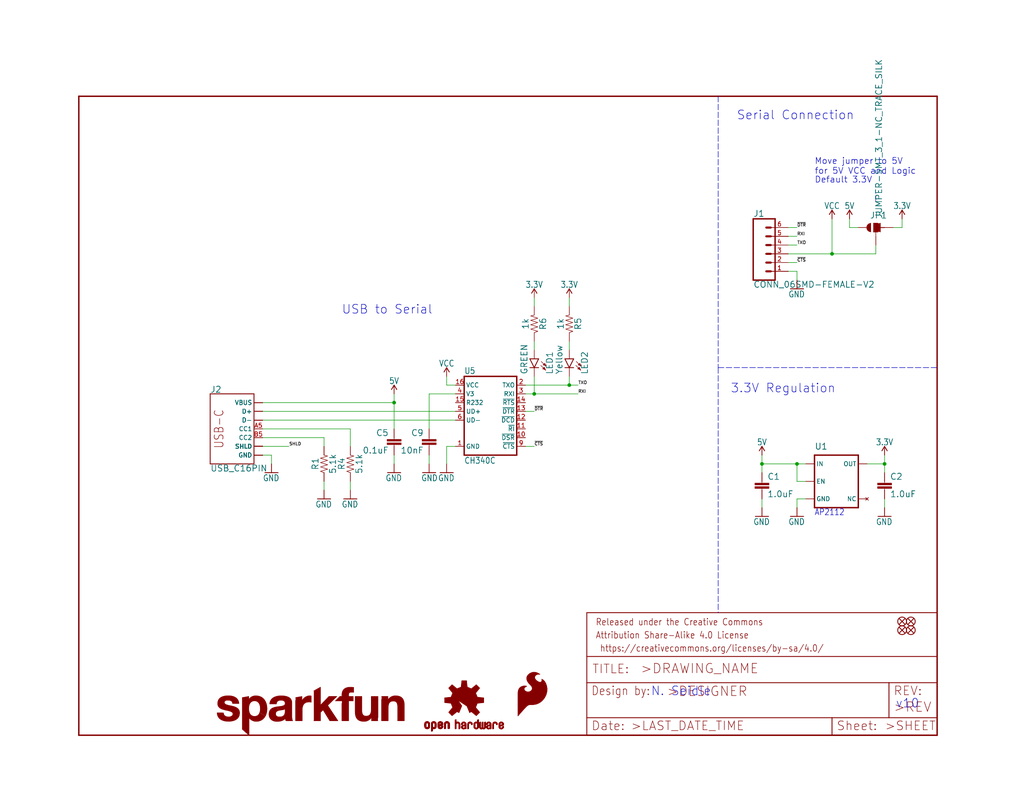
<source format=kicad_sch>
(kicad_sch (version 20211123) (generator eeschema)
  (paper "User" 297.002 234.518)
  (lib_symbols
    (symbol "schematicEagle-eagle-import:0.1UF-0603-25V-(+80{slash}-20%)"
      (property "Reference" "C" (at 1.524 2.921 0))
      (property "Value" "0.1UF-0603-25V-(+80{slash}-20%)" (at 1.524 -2.159 0))
      (symbol "0.1UF-0603-25V-(+80{slash}-20%)_1_0"
        (pin passive line (at 0 5.08 270) (length 2.54) (name "1") (number "1"))
        (pin passive line (at 0 -2.54 90) (length 2.54) (name "2") (number "2"))
      )
    )
    (symbol "schematicEagle-eagle-import:1.0UF-0603-16V-10%"
      (property "Reference" "C" (at 1.524 2.921 0))
      (property "Value" "1.0UF-0603-16V-10%" (at 1.524 -2.159 0))
      (symbol "1.0UF-0603-16V-10%_1_0"
        (pin passive line (at 0 5.08 270) (length 2.54) (name "1") (number "1"))
        (pin passive line (at 0 -2.54 90) (length 2.54) (name "2") (number "2"))
      )
    )
    (symbol "schematicEagle-eagle-import:10NF-0603-50V-10%"
      (property "Reference" "C" (at 1.524 2.921 0))
      (property "Value" "10NF-0603-50V-10%" (at 1.524 -2.159 0))
      (symbol "10NF-0603-50V-10%_1_0"
        (pin passive line (at 0 5.08 270) (length 2.54) (name "1") (number "1"))
        (pin passive line (at 0 -2.54 90) (length 2.54) (name "2") (number "2"))
      )
    )
    (symbol "schematicEagle-eagle-import:1KOHM-0603-1{slash}10W-1%"
      (property "Reference" "R" (at 0 1.524 0))
      (property "Value" "1KOHM-0603-1{slash}10W-1%" (at 0 -1.524 0))
      (symbol "1KOHM-0603-1{slash}10W-1%_1_0"
        (pin passive line (at -5.08 0 0) (length 2.54) (name "1") (number "1"))
        (pin passive line (at 5.08 0 180) (length 2.54) (name "2") (number "2"))
      )
    )
    (symbol "schematicEagle-eagle-import:3.3V" (power)
      (property "Value" "3.3V" (at 0 2.794 0))
      (symbol "3.3V_1_0"
        (pin power_in line (at 0 0 90) (length 2.54) (name "3.3V") (number "1"))
      )
    )
    (symbol "schematicEagle-eagle-import:5.1KOHM5.1KOHM-0603-1{slash}10W-1%"
      (property "Reference" "R" (at 0 1.524 0))
      (property "Value" "5.1KOHM5.1KOHM-0603-1{slash}10W-1%" (at 0 -1.524 0))
      (symbol "5.1KOHM5.1KOHM-0603-1{slash}10W-1%_1_0"
        (pin passive line (at -5.08 0 0) (length 2.54) (name "1") (number "1"))
        (pin passive line (at 5.08 0 180) (length 2.54) (name "2") (number "2"))
      )
    )
    (symbol "schematicEagle-eagle-import:5V" (power)
      (property "Value" "5V" (at 0 2.794 0))
      (symbol "5V_1_0"
        (pin power_in line (at 0 0 90) (length 2.54) (name "5V") (number "1"))
      )
    )
    (symbol "schematicEagle-eagle-import:CH340C"
      (property "Reference" "U" (at -7.62 10.795 0))
      (property "Value" "CH340C" (at -7.62 -15.24 0))
      (symbol "CH340C_1_0"
        (pin bidirectional line (at -10.16 -10.16 0) (length 2.54) (name "GND") (number "1"))
        (pin bidirectional line (at 10.16 -7.62 180) (length 2.54) (name "~{DSR}") (number "10"))
        (pin bidirectional line (at 10.16 -5.08 180) (length 2.54) (name "~{RI}") (number "11"))
        (pin bidirectional line (at 10.16 -2.54 180) (length 2.54) (name "~{DCD}") (number "12"))
        (pin bidirectional line (at 10.16 0 180) (length 2.54) (name "~{DTR}") (number "13"))
        (pin bidirectional line (at 10.16 2.54 180) (length 2.54) (name "~{RTS}") (number "14"))
        (pin bidirectional line (at -10.16 2.54 0) (length 2.54) (name "R232") (number "15"))
        (pin bidirectional line (at -10.16 7.62 0) (length 2.54) (name "VCC") (number "16"))
        (pin bidirectional line (at 10.16 7.62 180) (length 2.54) (name "TXO") (number "2"))
        (pin bidirectional line (at 10.16 5.08 180) (length 2.54) (name "RXI") (number "3"))
        (pin bidirectional line (at -10.16 5.08 0) (length 2.54) (name "V3") (number "4"))
        (pin bidirectional line (at -10.16 0 0) (length 2.54) (name "UD+") (number "5"))
        (pin bidirectional line (at -10.16 -2.54 0) (length 2.54) (name "UD-") (number "6"))
        (pin bidirectional line (at 10.16 -10.16 180) (length 2.54) (name "~{CTS}") (number "9"))
      )
    )
    (symbol "schematicEagle-eagle-import:CONN_06SMD-FEMALE-V2"
      (property "Reference" "J" (at -5.08 10.668 0))
      (property "Value" "CONN_06SMD-FEMALE-V2" (at -5.08 -9.906 0))
      (symbol "CONN_06SMD-FEMALE-V2_1_0"
        (pin passive line (at 5.08 -5.08 180) (length 5.08) (name "1") (number "1"))
        (pin passive line (at 5.08 -2.54 180) (length 5.08) (name "2") (number "2"))
        (pin passive line (at 5.08 0 180) (length 5.08) (name "3") (number "3"))
        (pin passive line (at 5.08 2.54 180) (length 5.08) (name "4") (number "4"))
        (pin passive line (at 5.08 5.08 180) (length 5.08) (name "5") (number "5"))
        (pin passive line (at 5.08 7.62 180) (length 5.08) (name "6") (number "6"))
      )
    )
    (symbol "schematicEagle-eagle-import:FIDUCIAL1X2")
    (symbol "schematicEagle-eagle-import:FRAME-LETTER"
      (symbol "FRAME-LETTER_2_0"
        (text " https://creativecommons.org/licenses/by-sa/4.0/" (at 2.54 24.13 0) (effects (font (size 1.9304 1.6408)) (justify left bottom)))
        (text ">DESIGNER" (at 23.114 11.176 0) (effects (font (size 2.7432 2.7432)) (justify left bottom)))
        (text ">DRAWING_NAME" (at 15.494 17.78 0) (effects (font (size 2.7432 2.7432)) (justify left bottom)))
        (text ">LAST_DATE_TIME" (at 12.7 1.27 0) (effects (font (size 2.54 2.54)) (justify left bottom)))
        (text ">REV" (at 88.9 6.604 0) (effects (font (size 2.7432 2.7432)) (justify left bottom)))
        (text ">SHEET" (at 86.36 1.27 0) (effects (font (size 2.54 2.54)) (justify left bottom)))
        (text "Attribution Share-Alike 4.0 License" (at 2.54 27.94 0) (effects (font (size 1.9304 1.6408)) (justify left bottom)))
        (text "Date:" (at 1.27 1.27 0) (effects (font (size 2.54 2.54)) (justify left bottom)))
        (text "Design by:" (at 1.27 11.43 0) (effects (font (size 2.54 2.159)) (justify left bottom)))
        (text "Released under the Creative Commons" (at 2.54 31.75 0) (effects (font (size 1.9304 1.6408)) (justify left bottom)))
        (text "REV:" (at 88.9 11.43 0) (effects (font (size 2.54 2.54)) (justify left bottom)))
        (text "Sheet:" (at 72.39 1.27 0) (effects (font (size 2.54 2.54)) (justify left bottom)))
        (text "TITLE:" (at 1.524 17.78 0) (effects (font (size 2.54 2.54)) (justify left bottom)))
      )
    )
    (symbol "schematicEagle-eagle-import:GND" (power)
      (property "Value" "GND" (at 0 -0.254 0))
      (symbol "GND_1_0"
        (pin power_in line (at 0 2.54 270) (length 2.54) (name "GND") (number "1"))
      )
    )
    (symbol "schematicEagle-eagle-import:JUMPER-SMT_3_1-NC_TRACE_SILK"
      (property "Reference" "JP" (at 2.54 0.381 0))
      (property "Value" "JUMPER-SMT_3_1-NC_TRACE_SILK" (at 2.54 -0.381 0))
      (symbol "JUMPER-SMT_3_1-NC_TRACE_SILK_1_0"
        (pin passive line (at 0 5.08 270) (length 2.54) (name "1") (number "1"))
        (pin passive line (at -5.08 0 0) (length 2.54) (name "2") (number "2"))
        (pin passive line (at 0 -5.08 90) (length 2.54) (name "3") (number "3"))
      )
    )
    (symbol "schematicEagle-eagle-import:LED-GREEN0603"
      (property "Reference" "D" (at -3.429 -4.572 90))
      (property "Value" "LED-GREEN0603" (at 1.905 -4.572 90))
      (symbol "LED-GREEN0603_1_0"
        (pin passive line (at 0 2.54 270) (length 2.54) (name "A") (number "A"))
        (pin passive line (at 0 -5.08 90) (length 2.54) (name "C") (number "C"))
      )
    )
    (symbol "schematicEagle-eagle-import:LED-YELLOW0603"
      (property "Reference" "D" (at -3.429 -4.572 90))
      (property "Value" "LED-YELLOW0603" (at 1.905 -4.572 90))
      (symbol "LED-YELLOW0603_1_0"
        (pin passive line (at 0 2.54 270) (length 2.54) (name "A") (number "A"))
        (pin passive line (at 0 -5.08 90) (length 2.54) (name "C") (number "C"))
      )
    )
    (symbol "schematicEagle-eagle-import:OSHW-LOGOS")
    (symbol "schematicEagle-eagle-import:SFE_LOGO_FLAME.1_INCH")
    (symbol "schematicEagle-eagle-import:SFE_LOGO_NAME.1_INCH")
    (symbol "schematicEagle-eagle-import:USB_C16PIN"
      (property "Reference" "J" (at -2.54 10.414 0))
      (property "Value" "USB_C16PIN" (at -2.54 -12.446 0))
      (symbol "USB_C16PIN_1_0"
        (text "USB-C" (at 0 0 900) (effects (font (size 2.54 2.159))))
        (pin bidirectional line (at 12.7 0 180) (length 2.54) (name "CC1") (number "A5"))
        (pin bidirectional line (at 12.7 5.08 180) (length 2.54) (name "D+") (number "A6"))
        (pin bidirectional line (at 12.7 2.54 180) (length 2.54) (name "D-") (number "A7"))
        (pin bidirectional line (at 12.7 -2.54 180) (length 2.54) (name "CC2") (number "B5"))
        (pin bidirectional line (at 12.7 5.08 180) (length 2.54) (name "D+") (number "B6"))
        (pin bidirectional line (at 12.7 2.54 180) (length 2.54) (name "D-") (number "B7"))
        (pin bidirectional line (at 12.7 -7.62 180) (length 2.54) (name "GND") (number "GND"))
        (pin bidirectional line (at 12.7 -7.62 180) (length 2.54) (name "GND") (number "GND2"))
        (pin bidirectional line (at 12.7 -5.08 180) (length 2.54) (name "SHLD") (number "SHLD1"))
        (pin bidirectional line (at 12.7 -5.08 180) (length 2.54) (name "SHLD") (number "SHLD2"))
        (pin bidirectional line (at 12.7 -5.08 180) (length 2.54) (name "SHLD") (number "SHLD3"))
        (pin bidirectional line (at 12.7 -5.08 180) (length 2.54) (name "SHLD") (number "SHLD4"))
        (pin bidirectional line (at 12.7 -5.08 180) (length 2.54) (name "SHLD") (number "SHLD5"))
        (pin bidirectional line (at 12.7 -5.08 180) (length 2.54) (name "SHLD") (number "SHLD6"))
        (pin bidirectional line (at 12.7 -5.08 180) (length 2.54) (name "SHLD") (number "SHLD7"))
        (pin bidirectional line (at 12.7 -5.08 180) (length 2.54) (name "SHLD") (number "SHLD8"))
        (pin bidirectional line (at 12.7 7.62 180) (length 2.54) (name "VBUS") (number "VBUS1"))
        (pin bidirectional line (at 12.7 7.62 180) (length 2.54) (name "VBUS") (number "VBUS2"))
      )
    )
    (symbol "schematicEagle-eagle-import:VCC" (power)
      (property "Value" "VCC" (at 0 2.794 0))
      (symbol "VCC_1_0"
        (pin power_in line (at 0 0 90) (length 2.54) (name "VCC") (number "1"))
      )
    )
    (symbol "schematicEagle-eagle-import:V_REG_AP2112K-3.3V"
      (property "Reference" "U" (at -7.62 7.874 0))
      (property "Value" "V_REG_AP2112K-3.3V" (at -7.62 -7.874 0))
      (symbol "V_REG_AP2112K-3.3V_1_0"
        (pin input line (at -10.16 5.08 0) (length 2.54) (name "IN") (number "1"))
        (pin input line (at -10.16 -5.08 0) (length 2.54) (name "GND") (number "2"))
        (pin input line (at -10.16 0 0) (length 2.54) (name "EN") (number "3"))
        (pin no_connect line (at 7.62 -5.08 180) (length 2.54) (name "NC") (number "4"))
        (pin passive line (at 7.62 5.08 180) (length 2.54) (name "OUT") (number "5"))
      )
    )
  )
  (junction (at 241.3 73.66))
  (junction (at 256.54 134.62))
  (junction (at 220.98 134.62))
  (junction (at 165.1 111.76))
  (junction (at 114.3 116.84))
  (junction (at 231.14 134.62))
  (junction (at 154.94 114.3))
  (wire (pts (xy 259.08 66.04) (xy 261.62 66.04)))
  (wire (pts (xy 228.6 71.12) (xy 231.14 71.12)))
  (wire (pts (xy 114.3 134.62) (xy 114.3 132.08)))
  (wire (pts (xy 228.6 66.04) (xy 231.14 66.04)))
  (wire (pts (xy 124.46 114.3) (xy 124.46 124.46)))
  (wire (pts (xy 241.3 73.66) (xy 254 73.66)))
  (wire (pts (xy 154.94 86.36) (xy 154.94 88.9)))
  (wire (pts (xy 228.6 78.74) (xy 231.14 78.74)))
  (wire (pts (xy 228.6 68.58) (xy 231.14 68.58)))
  (wire (pts (xy 231.14 134.62) (xy 233.68 134.62)))
  (wire (pts (xy 154.94 114.3) (xy 167.64 114.3)))
  (wire (pts (xy 241.3 63.5) (xy 241.3 73.66)))
  (wire (pts (xy 101.6 129.54) (xy 101.6 124.46)))
  (wire (pts (xy 76.2 124.46) (xy 101.6 124.46)))
  (wire (pts (xy 256.54 134.62) (xy 251.46 134.62)))
  (wire (pts (xy 228.6 73.66) (xy 241.3 73.66)))
  (wire (pts (xy 132.08 111.76) (xy 129.54 111.76)))
  (wire (pts (xy 165.1 86.36) (xy 165.1 88.9)))
  (wire (pts (xy 254 73.66) (xy 254 71.12)))
  (wire (pts (xy 129.54 111.76) (xy 129.54 109.22)))
  (polyline (pts (xy 254 58.42) (xy 254 55.88)))
  (polyline (pts (xy 208.28 106.68) (xy 208.28 177.8)))
  (wire (pts (xy 233.68 139.7) (xy 231.14 139.7)))
  (wire (pts (xy 220.98 132.08) (xy 220.98 134.62)))
  (wire (pts (xy 114.3 116.84) (xy 114.3 114.3)))
  (wire (pts (xy 167.64 111.76) (xy 165.1 111.76)))
  (wire (pts (xy 231.14 139.7) (xy 231.14 134.62)))
  (wire (pts (xy 154.94 99.06) (xy 154.94 101.6)))
  (wire (pts (xy 220.98 147.32) (xy 220.98 144.78)))
  (wire (pts (xy 231.14 81.28) (xy 231.14 78.74)))
  (wire (pts (xy 256.54 132.08) (xy 256.54 134.62)))
  (wire (pts (xy 76.2 116.84) (xy 114.3 116.84)))
  (wire (pts (xy 220.98 137.16) (xy 220.98 134.62)))
  (wire (pts (xy 165.1 111.76) (xy 152.4 111.76)))
  (wire (pts (xy 114.3 124.46) (xy 114.3 116.84)))
  (wire (pts (xy 231.14 134.62) (xy 220.98 134.62)))
  (wire (pts (xy 132.08 129.54) (xy 129.54 129.54)))
  (wire (pts (xy 76.2 129.54) (xy 83.82 129.54)))
  (wire (pts (xy 246.38 66.04) (xy 246.38 63.5)))
  (wire (pts (xy 233.68 144.78) (xy 231.14 144.78)))
  (wire (pts (xy 228.6 76.2) (xy 231.14 76.2)))
  (wire (pts (xy 93.98 127) (xy 93.98 129.54)))
  (wire (pts (xy 93.98 142.24) (xy 93.98 139.7)))
  (wire (pts (xy 129.54 129.54) (xy 129.54 134.62)))
  (wire (pts (xy 256.54 147.32) (xy 256.54 144.78)))
  (wire (pts (xy 76.2 119.38) (xy 132.08 119.38)))
  (wire (pts (xy 132.08 114.3) (xy 124.46 114.3)))
  (wire (pts (xy 248.92 66.04) (xy 246.38 66.04)))
  (wire (pts (xy 76.2 132.08) (xy 78.74 132.08)))
  (wire (pts (xy 76.2 127) (xy 93.98 127)))
  (wire (pts (xy 124.46 134.62) (xy 124.46 132.08)))
  (wire (pts (xy 152.4 114.3) (xy 154.94 114.3)))
  (wire (pts (xy 154.94 109.22) (xy 154.94 114.3)))
  (polyline (pts (xy 208.28 27.94) (xy 208.28 106.68)))
  (wire (pts (xy 256.54 134.62) (xy 256.54 137.16)))
  (wire (pts (xy 101.6 142.24) (xy 101.6 139.7)))
  (wire (pts (xy 165.1 99.06) (xy 165.1 101.6)))
  (polyline (pts (xy 208.28 106.68) (xy 271.78 106.68)))
  (wire (pts (xy 152.4 119.38) (xy 154.94 119.38)))
  (wire (pts (xy 78.74 132.08) (xy 78.74 134.62)))
  (wire (pts (xy 165.1 109.22) (xy 165.1 111.76)))
  (wire (pts (xy 261.62 66.04) (xy 261.62 63.5)))
  (wire (pts (xy 152.4 129.54) (xy 154.94 129.54)))
  (wire (pts (xy 231.14 144.78) (xy 231.14 147.32)))
  (wire (pts (xy 76.2 121.92) (xy 132.08 121.92)))
  (text "v10" (at 266.7 205.74 180) (effects (font (size 2.54 2.54)) (justify right bottom)))
  (text "AP2112" (at 236.22 149.86 180) (effects (font (size 1.778 1.5113)) (justify left bottom)))
  (text "Default 3.3V" (at 236.22 53.34 180) (effects (font (size 1.778 1.778)) (justify left bottom)))
  (text "Move jumper to 5V\nfor 5V VCC and Logic" (at 236.22 50.8 180) (effects (font (size 1.778 1.778)) (justify left bottom)))
  (text "USB to Serial" (at 99.06 91.44 180) (effects (font (size 2.54 2.54)) (justify left bottom)))
  (text "Serial Connection" (at 213.614 35.052 180) (effects (font (size 2.54 2.54)) (justify left bottom)))
  (text "3.3V Regulation" (at 211.836 114.3 180) (effects (font (size 2.54 2.54)) (justify left bottom)))
  (text "N. Seidle" (at 188.722 202.184 180) (effects (font (size 2.54 2.54)) (justify left bottom)))
  (label "TXO" (at 167.64 111.76 0) (effects (font (size 0.889 0.889))))
  (label "RXI" (at 231.14 68.58 0) (effects (font (size 0.889 0.889))))
  (label "RXI" (at 167.64 114.3 0) (effects (font (size 0.889 0.889))))
  (label "~{DTR}" (at 154.94 119.38 0) (effects (font (size 0.889 0.889))))
  (label "~{DTR}" (at 231.14 66.04 0) (effects (font (size 0.889 0.889))))
  (label "SHLD" (at 83.82 129.54 0) (effects (font (size 0.889 0.889))))
  (label "TXO" (at 231.14 71.12 0) (effects (font (size 0.889 0.889))))
  (label "~{CTS}" (at 154.94 129.54 0) (effects (font (size 0.889 0.889))))
  (label "~{CTS}" (at 231.14 76.2 0) (effects (font (size 0.889 0.889))))
  (symbol (lib_id "schematicEagle-eagle-import:1KOHM-0603-1{slash}10W-1%") (at 165.1 93.98 270) (mirror x) (unit 1)
    (property "Reference" "R5" (at 166.624 93.98 0) (effects (font (size 1.778 1.778)) (justify bottom)))
    (property "Value" "1k" (at 163.576 93.98 0) (effects (font (size 1.778 1.778)) (justify top)))
    (property "Footprint" "schematicEagle:0603" (effects hide))
  )
  (symbol (lib_id "schematicEagle-eagle-import:10NF-0603-50V-10%") (at 124.46 129.54 0) (mirror y) (unit 1)
    (property "Reference" "C9" (at 122.936 126.619 0) (effects (font (size 1.778 1.778)) (justify left bottom)))
    (property "Value" "10nF" (at 122.936 131.699 0) (effects (font (size 1.778 1.778)) (justify left bottom)))
    (property "Footprint" "schematicEagle:0603" (effects hide))
  )
  (symbol (lib_id "schematicEagle-eagle-import:SFE_LOGO_NAME.1_INCH") (at 60.96 213.36 0) (unit 1)
    (property "Reference" "LOGO3" (effects hide))
    (property "Value" "SFE_LOGO_NAME.1_INCH" (effects hide))
    (property "Footprint" "schematicEagle:SFE_LOGO_NAME_.1" (effects hide))
  )
  (symbol (lib_id "schematicEagle-eagle-import:FIDUCIAL1X2") (at 264.16 182.88 0) (unit 1)
    (property "Reference" "JP4" (effects hide))
    (property "Value" "FIDUCIAL1X2" (effects hide))
    (property "Footprint" "schematicEagle:FIDUCIAL-1X2" (effects hide))
  )
  (symbol (lib_id "schematicEagle-eagle-import:3.3V") (at 256.54 132.08 0) (unit 1)
    (property "Reference" "#SUPPLY10" (effects hide))
    (property "Value" "3.3V" (at 256.54 129.286 0) (effects (font (size 1.778 1.5113)) (justify bottom)))
    (property "Footprint" "schematicEagle:" (effects hide))
  )
  (symbol (lib_id "schematicEagle-eagle-import:GND") (at 93.98 144.78 0) (unit 1)
    (property "Reference" "#GND11" (effects hide))
    (property "Value" "GND" (at 91.44 147.32 0) (effects (font (size 1.778 1.5113)) (justify left bottom)))
    (property "Footprint" "schematicEagle:" (effects hide))
  )
  (symbol (lib_id "schematicEagle-eagle-import:5.1KOHM5.1KOHM-0603-1{slash}10W-1%") (at 93.98 134.62 90) (unit 1)
    (property "Reference" "R1" (at 92.456 134.62 0) (effects (font (size 1.778 1.778)) (justify bottom)))
    (property "Value" "5.1k" (at 95.504 134.62 0) (effects (font (size 1.778 1.778)) (justify top)))
    (property "Footprint" "schematicEagle:0603" (effects hide))
  )
  (symbol (lib_id "schematicEagle-eagle-import:GND") (at 114.3 137.16 0) (unit 1)
    (property "Reference" "#GND14" (effects hide))
    (property "Value" "GND" (at 111.76 139.7 0) (effects (font (size 1.778 1.5113)) (justify left bottom)))
    (property "Footprint" "schematicEagle:" (effects hide))
  )
  (symbol (lib_id "schematicEagle-eagle-import:GND") (at 231.14 149.86 0) (unit 1)
    (property "Reference" "#GND9" (effects hide))
    (property "Value" "GND" (at 228.6 152.4 0) (effects (font (size 1.778 1.5113)) (justify left bottom)))
    (property "Footprint" "schematicEagle:" (effects hide))
  )
  (symbol (lib_id "schematicEagle-eagle-import:3.3V") (at 165.1 86.36 0) (unit 1)
    (property "Reference" "#SUPPLY14" (effects hide))
    (property "Value" "3.3V" (at 165.1 83.566 0) (effects (font (size 1.778 1.5113)) (justify bottom)))
    (property "Footprint" "schematicEagle:" (effects hide))
  )
  (symbol (lib_id "schematicEagle-eagle-import:SFE_LOGO_FLAME.1_INCH") (at 149.86 208.28 0) (unit 1)
    (property "Reference" "LOGO2" (effects hide))
    (property "Value" "SFE_LOGO_FLAME.1_INCH" (effects hide))
    (property "Footprint" "schematicEagle:SFE_LOGO_FLAME_.1" (effects hide))
  )
  (symbol (lib_id "schematicEagle-eagle-import:V_REG_AP2112K-3.3V") (at 243.84 139.7 0) (unit 1)
    (property "Reference" "U1" (at 236.22 130.556 0) (effects (font (size 1.778 1.778)) (justify left bottom)))
    (property "Value" "3.3V" (effects hide))
    (property "Footprint" "schematicEagle:SOT23-5" (effects hide))
  )
  (symbol (lib_id "schematicEagle-eagle-import:GND") (at 129.54 137.16 0) (unit 1)
    (property "Reference" "#GND18" (effects hide))
    (property "Value" "GND" (at 127 139.7 0) (effects (font (size 1.778 1.5113)) (justify left bottom)))
    (property "Footprint" "schematicEagle:" (effects hide))
  )
  (symbol (lib_id "schematicEagle-eagle-import:OSHW-LOGOS") (at 134.62 203.2 0) (unit 1)
    (property "Reference" "LOGO1" (effects hide))
    (property "Value" "OSHW-LOGOS" (effects hide))
    (property "Footprint" "schematicEagle:OSHW-LOGO-S" (effects hide))
  )
  (symbol (lib_id "schematicEagle-eagle-import:FRAME-LETTER") (at 22.86 213.36 0) (unit 1)
    (property "Reference" "FRAME1" (effects hide))
    (property "Value" "FRAME-LETTER" (effects hide))
    (property "Footprint" "schematicEagle:CREATIVE_COMMONS" (effects hide))
  )
  (symbol (lib_id "schematicEagle-eagle-import:GND") (at 220.98 149.86 0) (unit 1)
    (property "Reference" "#GND6" (effects hide))
    (property "Value" "GND" (at 218.44 152.4 0) (effects (font (size 1.778 1.5113)) (justify left bottom)))
    (property "Footprint" "schematicEagle:" (effects hide))
  )
  (symbol (lib_id "schematicEagle-eagle-import:GND") (at 101.6 144.78 0) (unit 1)
    (property "Reference" "#GND12" (effects hide))
    (property "Value" "GND" (at 99.06 147.32 0) (effects (font (size 1.778 1.5113)) (justify left bottom)))
    (property "Footprint" "schematicEagle:" (effects hide))
  )
  (symbol (lib_id "schematicEagle-eagle-import:JUMPER-SMT_3_1-NC_TRACE_SILK") (at 254 66.04 90) (unit 1)
    (property "Reference" "JP1" (at 252.222 63.5 90) (effects (font (size 1.778 1.778)) (justify right top)))
    (property "Value" "JUMPER-SMT_3_1-NC_TRACE_SILK" (at 255.905 63.5 0) (effects (font (size 1.778 1.778)) (justify left bottom)))
    (property "Footprint" "schematicEagle:SMT-JUMPER_3_1-NC_TRACE_SILK" (effects hide))
  )
  (symbol (lib_id "schematicEagle-eagle-import:5V") (at 246.38 63.5 0) (unit 1)
    (property "Reference" "#SUPPLY6" (effects hide))
    (property "Value" "5V" (at 246.38 60.706 0) (effects (font (size 1.778 1.5113)) (justify bottom)))
    (property "Footprint" "schematicEagle:" (effects hide))
  )
  (symbol (lib_id "schematicEagle-eagle-import:3.3V") (at 261.62 63.5 0) (unit 1)
    (property "Reference" "#SUPPLY9" (effects hide))
    (property "Value" "3.3V" (at 261.62 60.706 0) (effects (font (size 1.778 1.5113)) (justify bottom)))
    (property "Footprint" "schematicEagle:" (effects hide))
  )
  (symbol (lib_id "schematicEagle-eagle-import:FIDUCIAL1X2") (at 264.16 180.34 0) (unit 1)
    (property "Reference" "JP6" (effects hide))
    (property "Value" "FIDUCIAL1X2" (effects hide))
    (property "Footprint" "schematicEagle:FIDUCIAL-1X2" (effects hide))
  )
  (symbol (lib_id "schematicEagle-eagle-import:VCC") (at 129.54 109.22 0) (unit 1)
    (property "Reference" "#SUPPLY2" (effects hide))
    (property "Value" "VCC" (at 129.54 106.426 0) (effects (font (size 1.778 1.5113)) (justify bottom)))
    (property "Footprint" "schematicEagle:" (effects hide))
  )
  (symbol (lib_id "schematicEagle-eagle-import:5.1KOHM5.1KOHM-0603-1{slash}10W-1%") (at 101.6 134.62 90) (unit 1)
    (property "Reference" "R4" (at 100.076 134.62 0) (effects (font (size 1.778 1.778)) (justify bottom)))
    (property "Value" "5.1k" (at 103.124 134.62 0) (effects (font (size 1.778 1.778)) (justify top)))
    (property "Footprint" "schematicEagle:0603" (effects hide))
  )
  (symbol (lib_id "schematicEagle-eagle-import:3.3V") (at 154.94 86.36 0) (unit 1)
    (property "Reference" "#SUPPLY15" (effects hide))
    (property "Value" "3.3V" (at 154.94 83.566 0) (effects (font (size 1.778 1.5113)) (justify bottom)))
    (property "Footprint" "schematicEagle:" (effects hide))
  )
  (symbol (lib_id "schematicEagle-eagle-import:1.0UF-0603-16V-10%") (at 256.54 142.24 0) (unit 1)
    (property "Reference" "C2" (at 258.064 139.319 0) (effects (font (size 1.778 1.778)) (justify left bottom)))
    (property "Value" "1.0uF" (at 258.064 144.399 0) (effects (font (size 1.778 1.778)) (justify left bottom)))
    (property "Footprint" "schematicEagle:0603" (effects hide))
  )
  (symbol (lib_id "schematicEagle-eagle-import:GND") (at 231.14 83.82 0) (unit 1)
    (property "Reference" "#GND1" (effects hide))
    (property "Value" "GND" (at 228.6 86.36 0) (effects (font (size 1.778 1.5113)) (justify left bottom)))
    (property "Footprint" "schematicEagle:" (effects hide))
  )
  (symbol (lib_id "schematicEagle-eagle-import:VCC") (at 241.3 63.5 0) (unit 1)
    (property "Reference" "#SUPPLY4" (effects hide))
    (property "Value" "VCC" (at 241.3 60.706 0) (effects (font (size 1.778 1.5113)) (justify bottom)))
    (property "Footprint" "schematicEagle:" (effects hide))
  )
  (symbol (lib_id "schematicEagle-eagle-import:FIDUCIAL1X2") (at 261.62 180.34 0) (unit 1)
    (property "Reference" "JP5" (effects hide))
    (property "Value" "FIDUCIAL1X2" (effects hide))
    (property "Footprint" "schematicEagle:FIDUCIAL-1X2" (effects hide))
  )
  (symbol (lib_id "schematicEagle-eagle-import:LED-GREEN0603") (at 154.94 104.14 0) (mirror y) (unit 1)
    (property "Reference" "LED1" (at 158.369 108.712 90) (effects (font (size 1.778 1.778)) (justify left bottom)))
    (property "Value" "GREEN" (at 153.035 108.712 90) (effects (font (size 1.778 1.778)) (justify left top)))
    (property "Footprint" "schematicEagle:LED-0603" (effects hide))
  )
  (symbol (lib_id "schematicEagle-eagle-import:5V") (at 220.98 132.08 0) (unit 1)
    (property "Reference" "#SUPPLY8" (effects hide))
    (property "Value" "5V" (at 220.98 129.286 0) (effects (font (size 1.778 1.5113)) (justify bottom)))
    (property "Footprint" "schematicEagle:" (effects hide))
  )
  (symbol (lib_id "schematicEagle-eagle-import:GND") (at 124.46 137.16 0) (mirror y) (unit 1)
    (property "Reference" "#GND19" (effects hide))
    (property "Value" "GND" (at 127 139.7 0) (effects (font (size 1.778 1.5113)) (justify left bottom)))
    (property "Footprint" "schematicEagle:" (effects hide))
  )
  (symbol (lib_id "schematicEagle-eagle-import:1.0UF-0603-16V-10%") (at 220.98 142.24 0) (unit 1)
    (property "Reference" "C1" (at 222.504 139.319 0) (effects (font (size 1.778 1.778)) (justify left bottom)))
    (property "Value" "1.0uF" (at 222.504 144.399 0) (effects (font (size 1.778 1.778)) (justify left bottom)))
    (property "Footprint" "schematicEagle:0603" (effects hide))
  )
  (symbol (lib_id "schematicEagle-eagle-import:USB_C16PIN") (at 63.5 124.46 0) (unit 1)
    (property "Reference" "J2" (at 60.96 114.046 0) (effects (font (size 1.778 1.778)) (justify left bottom)))
    (property "Value" "USB_C16PIN" (at 60.96 136.906 0) (effects (font (size 1.778 1.778)) (justify left bottom)))
    (property "Footprint" "schematicEagle:USB-C-16P" (effects hide))
  )
  (symbol (lib_id "schematicEagle-eagle-import:LED-YELLOW0603") (at 165.1 104.14 0) (mirror y) (unit 1)
    (property "Reference" "LED2" (at 168.529 108.712 90) (effects (font (size 1.778 1.778)) (justify left bottom)))
    (property "Value" "Yellow" (at 163.195 108.712 90) (effects (font (size 1.778 1.778)) (justify left top)))
    (property "Footprint" "schematicEagle:LED-0603" (effects hide))
  )
  (symbol (lib_id "schematicEagle-eagle-import:GND") (at 256.54 149.86 0) (unit 1)
    (property "Reference" "#GND5" (effects hide))
    (property "Value" "GND" (at 254 152.4 0) (effects (font (size 1.778 1.5113)) (justify left bottom)))
    (property "Footprint" "schematicEagle:" (effects hide))
  )
  (symbol (lib_id "schematicEagle-eagle-import:FIDUCIAL1X2") (at 261.62 182.88 0) (unit 1)
    (property "Reference" "JP3" (effects hide))
    (property "Value" "FIDUCIAL1X2" (effects hide))
    (property "Footprint" "schematicEagle:FIDUCIAL-1X2" (effects hide))
  )
  (symbol (lib_id "schematicEagle-eagle-import:CH340C") (at 142.24 119.38 0) (unit 1)
    (property "Reference" "U5" (at 134.62 108.585 0) (effects (font (size 1.778 1.5113)) (justify left bottom)))
    (property "Value" "CH340C" (at 134.62 134.62 0) (effects (font (size 1.778 1.5113)) (justify left bottom)))
    (property "Footprint" "schematicEagle:SO016" (effects hide))
  )
  (symbol (lib_id "schematicEagle-eagle-import:FRAME-LETTER") (at 170.18 213.36 0) (unit 2)
    (property "Reference" "FRAME1" (effects hide))
    (property "Value" "FRAME-LETTER" (effects hide))
    (property "Footprint" "schematicEagle:CREATIVE_COMMONS" (effects hide))
  )
  (symbol (lib_id "schematicEagle-eagle-import:GND") (at 78.74 137.16 0) (unit 1)
    (property "Reference" "#GND2" (effects hide))
    (property "Value" "GND" (at 76.2 139.7 0) (effects (font (size 1.778 1.5113)) (justify left bottom)))
    (property "Footprint" "schematicEagle:" (effects hide))
  )
  (symbol (lib_id "schematicEagle-eagle-import:0.1UF-0603-25V-(+80{slash}-20%)") (at 114.3 129.54 0) (mirror y) (unit 1)
    (property "Reference" "C5" (at 112.776 126.619 0) (effects (font (size 1.778 1.778)) (justify left bottom)))
    (property "Value" "0.1uF" (at 112.776 131.699 0) (effects (font (size 1.778 1.778)) (justify left bottom)))
    (property "Footprint" "schematicEagle:0603" (effects hide))
  )
  (symbol (lib_id "schematicEagle-eagle-import:5V") (at 114.3 114.3 0) (unit 1)
    (property "Reference" "#SUPPLY1" (effects hide))
    (property "Value" "5V" (at 114.3 111.506 0) (effects (font (size 1.778 1.5113)) (justify bottom)))
    (property "Footprint" "schematicEagle:" (effects hide))
  )
  (symbol (lib_id "schematicEagle-eagle-import:1KOHM-0603-1{slash}10W-1%") (at 154.94 93.98 270) (mirror x) (unit 1)
    (property "Reference" "R6" (at 156.464 93.98 0) (effects (font (size 1.778 1.778)) (justify bottom)))
    (property "Value" "1k" (at 153.416 93.98 0) (effects (font (size 1.778 1.778)) (justify top)))
    (property "Footprint" "schematicEagle:0603" (effects hide))
  )
  (symbol (lib_id "schematicEagle-eagle-import:CONN_06SMD-FEMALE-V2") (at 223.52 73.66 0) (unit 1)
    (property "Reference" "J1" (at 218.44 62.992 0) (effects (font (size 1.778 1.778)) (justify left bottom)))
    (property "Value" "CONN_06SMD-FEMALE-V2" (at 218.44 83.566 0) (effects (font (size 1.778 1.778)) (justify left bottom)))
    (property "Footprint" "schematicEagle:1X06-SMD-FEMALE" (effects hide))
  )
)
</source>
